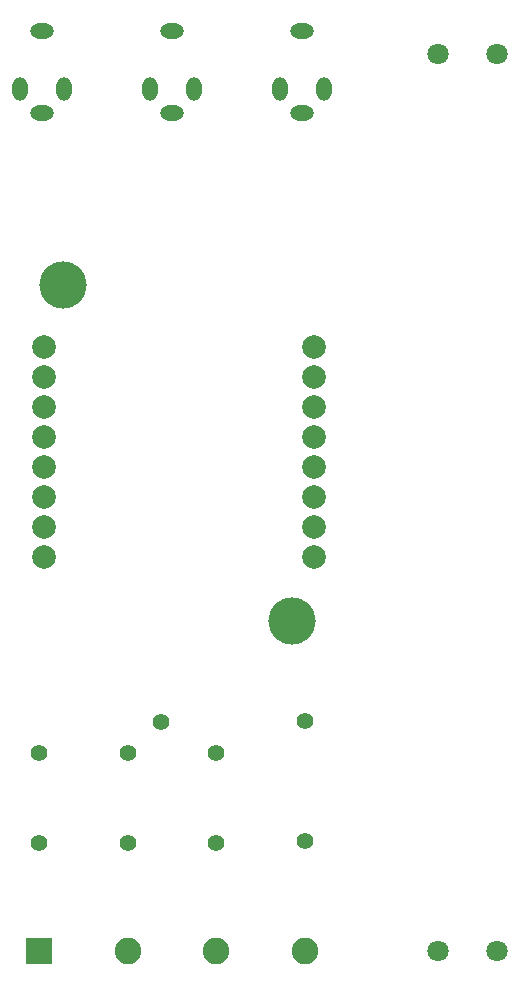
<source format=gbs>
G04*
G04 #@! TF.GenerationSoftware,Altium Limited,Altium Designer,19.0.14 (431)*
G04*
G04 Layer_Color=16711935*
%FSLAX25Y25*%
%MOIN*%
G70*
G01*
G75*
%ADD34C,0.05512*%
%ADD35C,0.07874*%
%ADD36C,0.15748*%
%ADD37R,0.08858X0.08858*%
%ADD38C,0.08858*%
%ADD39C,0.07087*%
%ADD40O,0.05118X0.07874*%
%ADD41O,0.07874X0.05118*%
D34*
X111221Y56378D02*
D03*
Y96378D02*
D03*
X63385Y95984D02*
D03*
X81693Y55866D02*
D03*
Y85866D02*
D03*
X52165Y55866D02*
D03*
Y85866D02*
D03*
X22638Y55866D02*
D03*
Y85866D02*
D03*
D35*
X24291Y151220D02*
D03*
Y161220D02*
D03*
Y171220D02*
D03*
Y181220D02*
D03*
Y191220D02*
D03*
Y201220D02*
D03*
Y211220D02*
D03*
Y221220D02*
D03*
X114291Y201220D02*
D03*
Y191220D02*
D03*
Y221220D02*
D03*
Y211220D02*
D03*
Y181220D02*
D03*
Y171220D02*
D03*
Y161220D02*
D03*
Y151220D02*
D03*
D36*
X30512Y241830D02*
D03*
X107086Y129625D02*
D03*
D37*
X22638Y19686D02*
D03*
D38*
X52165D02*
D03*
X81693D02*
D03*
X111220D02*
D03*
D39*
X155512Y318898D02*
D03*
X175197D02*
D03*
X155512Y19685D02*
D03*
X175197D02*
D03*
D40*
X30906Y307087D02*
D03*
X16339D02*
D03*
X74213D02*
D03*
X59646D02*
D03*
X117520Y307087D02*
D03*
X102953D02*
D03*
D41*
X23622Y299213D02*
D03*
Y326378D02*
D03*
X66929Y299213D02*
D03*
Y326378D02*
D03*
X110236Y299213D02*
D03*
Y326378D02*
D03*
M02*

</source>
